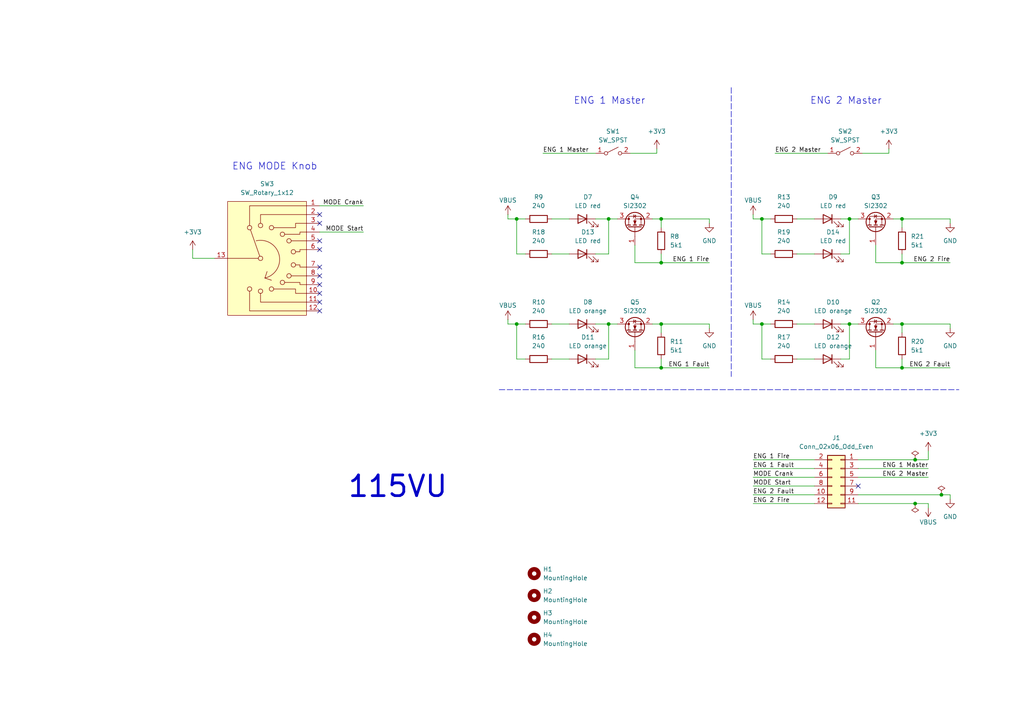
<source format=kicad_sch>
(kicad_sch (version 20231120) (generator "eeschema") (generator_version "8.0")
  (paper "A4")
  (title_block (rev "0.2"))
  (lib_symbols
    (symbol "+3V3_1" (power) (pin_numbers hide) (pin_names (offset 0) hide)
      (property "Value" "+3V3" (at 0 3.556 0))
      (symbol "+3V3_1_0_1"
        (polyline (pts (xy -0.762 1.27) (xy 0 2.54)))
        (polyline (pts (xy 0 0) (xy 0 2.54)))
        (polyline (pts (xy 0 2.54) (xy 0.762 1.27)))
      )
      (symbol "+3V3_1_1_1"
        (pin power_in line (at 0 0 90) (length 0) (name "~") (number "1"))
      )
    )
    (symbol "+3V3_2" (power) (pin_numbers hide) (pin_names (offset 0) hide)
      (property "Value" "+3V3" (at 0 3.556 0))
      (symbol "+3V3_2_0_1"
        (polyline (pts (xy -0.762 1.27) (xy 0 2.54)))
        (polyline (pts (xy 0 0) (xy 0 2.54)))
        (polyline (pts (xy 0 2.54) (xy 0.762 1.27)))
      )
      (symbol "+3V3_2_1_1"
        (pin power_in line (at 0 0 90) (length 0) (name "~") (number "1"))
      )
    )
    (symbol "+3V3_3" (power) (pin_numbers hide) (pin_names (offset 0) hide)
      (property "Value" "+3V3" (at 0 3.556 0))
      (symbol "+3V3_3_0_1"
        (polyline (pts (xy -0.762 1.27) (xy 0 2.54)))
        (polyline (pts (xy 0 0) (xy 0 2.54)))
        (polyline (pts (xy 0 2.54) (xy 0.762 1.27)))
      )
      (symbol "+3V3_3_1_1"
        (pin power_in line (at 0 0 90) (length 0) (name "~") (number "1"))
      )
    )
    (symbol "Connector_Generic:Conn_02x06_Odd_Even" (pin_names (offset 1.016) hide)
      (property "Reference" "J" (at 1.27 7.62 0))
      (property "Value" "Conn_02x06_Odd_Even" (at 1.27 -10.16 0))
      (symbol "Conn_02x06_Odd_Even_1_1"
        (rectangle (start -1.27 -7.493) (end 0 -7.747) (stroke (width 0.1524)))
        (rectangle (start -1.27 -4.953) (end 0 -5.207) (stroke (width 0.1524)))
        (rectangle (start -1.27 -2.413) (end 0 -2.667) (stroke (width 0.1524)))
        (rectangle (start -1.27 0.127) (end 0 -0.127) (stroke (width 0.1524)))
        (rectangle (start -1.27 2.667) (end 0 2.413) (stroke (width 0.1524)))
        (rectangle (start -1.27 5.207) (end 0 4.953) (stroke (width 0.1524)))
        (rectangle (start -1.27 6.35) (end 3.81 -8.89) (stroke (width 0.254)) (fill (type background)))
        (rectangle (start 3.81 -7.493) (end 2.54 -7.747) (stroke (width 0.1524)))
        (rectangle (start 3.81 -4.953) (end 2.54 -5.207) (stroke (width 0.1524)))
        (rectangle (start 3.81 -2.413) (end 2.54 -2.667) (stroke (width 0.1524)))
        (rectangle (start 3.81 0.127) (end 2.54 -0.127) (stroke (width 0.1524)))
        (rectangle (start 3.81 2.667) (end 2.54 2.413) (stroke (width 0.1524)))
        (rectangle (start 3.81 5.207) (end 2.54 4.953) (stroke (width 0.1524)))
        (pin passive line (at -5.08 5.08 0) (length 3.81) (name "Pin_1") (number "1"))
        (pin passive line (at 7.62 -5.08 180) (length 3.81) (name "Pin_10") (number "10"))
        (pin passive line (at -5.08 -7.62 0) (length 3.81) (name "Pin_11") (number "11"))
        (pin passive line (at 7.62 -7.62 180) (length 3.81) (name "Pin_12") (number "12"))
        (pin passive line (at 7.62 5.08 180) (length 3.81) (name "Pin_2") (number "2"))
        (pin passive line (at -5.08 2.54 0) (length 3.81) (name "Pin_3") (number "3"))
        (pin passive line (at 7.62 2.54 180) (length 3.81) (name "Pin_4") (number "4"))
        (pin passive line (at -5.08 0 0) (length 3.81) (name "Pin_5") (number "5"))
        (pin passive line (at 7.62 0 180) (length 3.81) (name "Pin_6") (number "6"))
        (pin passive line (at -5.08 -2.54 0) (length 3.81) (name "Pin_7") (number "7"))
        (pin passive line (at 7.62 -2.54 180) (length 3.81) (name "Pin_8") (number "8"))
        (pin passive line (at -5.08 -5.08 0) (length 3.81) (name "Pin_9") (number "9"))
      )
    )
    (symbol "Device:LED" (pin_numbers hide) (pin_names (offset 1.016) hide)
      (property "Reference" "D" (at 0 2.54 0))
      (property "Value" "LED" (at 0 -2.54 0))
      (symbol "LED_0_1"
        (polyline (pts (xy -1.27 -1.27) (xy -1.27 1.27)) (stroke (width 0.254)))
        (polyline (pts (xy -1.27 0) (xy 1.27 0)))
        (polyline (pts (xy 1.27 -1.27) (xy 1.27 1.27) (xy -1.27 0) (xy 1.27 -1.27)) (stroke (width 0.254)))
        (polyline (pts (xy -3.048 -0.762) (xy -4.572 -2.286) (xy -3.81 -2.286) (xy -4.572 -2.286) (xy -4.572 -1.524)))
        (polyline (pts (xy -1.778 -0.762) (xy -3.302 -2.286) (xy -2.54 -2.286) (xy -3.302 -2.286) (xy -3.302 -1.524)))
      )
      (symbol "LED_1_1"
        (pin passive line (at -3.81 0 0) (length 2.54) (name "K") (number "1"))
        (pin passive line (at 3.81 0 180) (length 2.54) (name "A") (number "2"))
      )
    )
    (symbol "Device:R" (pin_numbers hide) (pin_names (offset 0))
      (property "Reference" "R" (at 2.032 0 90))
      (property "Value" "R" (at 0 0 90))
      (symbol "R_0_1"
        (rectangle (start -1.016 -2.54) (end 1.016 2.54) (stroke (width 0.254)))
      )
      (symbol "R_1_1"
        (pin passive line (at 0 3.81 270) (length 1.27) (name "~") (number "1"))
        (pin passive line (at 0 -3.81 90) (length 1.27) (name "~") (number "2"))
      )
    )
    (symbol "GND_1" (power) (pin_numbers hide) (pin_names (offset 0) hide)
      (property "Value" "GND" (at 0 -3.81 0))
      (symbol "GND_1_0_1"
        (polyline (pts (xy 0 0) (xy 0 -1.27) (xy 1.27 -1.27) (xy 0 -2.54) (xy -1.27 -1.27) (xy 0 -1.27)))
      )
      (symbol "GND_1_1_1"
        (pin power_in line (at 0 0 270) (length 0) (name "~") (number "1"))
      )
    )
    (symbol "GND_2" (power) (pin_numbers hide) (pin_names (offset 0) hide)
      (property "Value" "GND" (at 0 -3.81 0))
      (symbol "GND_2_0_1"
        (polyline (pts (xy 0 0) (xy 0 -1.27) (xy 1.27 -1.27) (xy 0 -2.54) (xy -1.27 -1.27) (xy 0 -1.27)))
      )
      (symbol "GND_2_1_1"
        (pin power_in line (at 0 0 270) (length 0) (name "~") (number "1"))
      )
    )
    (symbol "GND_3" (power) (pin_numbers hide) (pin_names (offset 0) hide)
      (property "Value" "GND" (at 0 -3.81 0))
      (symbol "GND_3_0_1"
        (polyline (pts (xy 0 0) (xy 0 -1.27) (xy 1.27 -1.27) (xy 0 -2.54) (xy -1.27 -1.27) (xy 0 -1.27)))
      )
      (symbol "GND_3_1_1"
        (pin power_in line (at 0 0 270) (length 0) (name "~") (number "1"))
      )
    )
    (symbol "GND_4" (power) (pin_numbers hide) (pin_names (offset 0) hide)
      (property "Value" "GND" (at 0 -3.81 0))
      (symbol "GND_4_0_1"
        (polyline (pts (xy 0 0) (xy 0 -1.27) (xy 1.27 -1.27) (xy 0 -2.54) (xy -1.27 -1.27) (xy 0 -1.27)))
      )
      (symbol "GND_4_1_1"
        (pin power_in line (at 0 0 270) (length 0) (name "~") (number "1"))
      )
    )
    (symbol "Mechanical:MountingHole" (pin_names (offset 1.016))
      (property "Reference" "H" (at 0 5.08 0))
      (property "Value" "MountingHole" (at 0 3.175 0))
      (symbol "MountingHole_0_1"
        (circle (center 0 0) (radius 1.27) (stroke (width 1.27)))
      )
    )
    (symbol "Switch:SW_Rotary_1x12" (pin_names (offset 1.016) hide)
      (property "Reference" "SW" (at 0 17.78 0))
      (property "Value" "SW_Rotary_1x12" (at 0 -17.78 0))
      (symbol "SW_Rotary_1x12_0_0"
        (circle (center -5.08 -8.89) (radius 0.635))
        (circle (center -5.08 8.89) (radius 0.635))
        (circle (center -1.905 -9.525) (radius 0.635))
        (circle (center -1.905 0) (radius 0.635))
        (circle (center -1.905 9.525) (radius 0.635))
        (arc (start -0.635 -5.715) (mid 3.4777 0.949) (end -3.175 5.08))
        (polyline (pts (xy -2.1336 0.6096) (xy -4.826 8.2804)))
        (polyline (pts (xy -0.635 -5.715) (xy 0 -3.81)))
        (polyline (pts (xy -0.635 -5.715) (xy 1.27 -6.35)))
        (polyline (pts (xy 6.985 -5.08) (xy 11.43 -5.08)))
        (polyline (pts (xy 6.985 5.08) (xy 11.43 5.08)))
        (polyline (pts (xy -5.08 -9.525) (xy -5.08 -15.24) (xy 11.43 -15.24)))
        (polyline (pts (xy -5.08 9.525) (xy -5.08 15.24) (xy 11.43 15.24)))
        (polyline (pts (xy -1.905 -10.16) (xy -1.905 -12.7) (xy 11.43 -12.7)))
        (polyline (pts (xy -1.905 10.16) (xy -1.905 12.7) (xy 11.43 12.7)))
        (polyline (pts (xy 1.905 -8.89) (xy 8.255 -8.89) (xy 8.255 -10.16) (xy 11.43 -10.16)))
        (polyline (pts (xy 1.905 8.89) (xy 8.255 8.89) (xy 8.255 10.16) (xy 11.43 10.16)))
        (polyline (pts (xy 5.08 -6.985) (xy 9.525 -6.985) (xy 9.525 -7.62) (xy 11.43 -7.62)))
        (polyline (pts (xy 5.08 6.985) (xy 9.525 6.985) (xy 9.525 7.62) (xy 11.43 7.62)))
        (polyline (pts (xy 8.255 -1.905) (xy 9.525 -1.905) (xy 9.525 -2.54) (xy 11.43 -2.54)))
        (polyline (pts (xy 8.255 1.905) (xy 9.525 1.905) (xy 9.525 2.54) (xy 11.43 2.54)))
        (circle (center 1.27 -8.89) (radius 0.635))
        (circle (center 1.27 8.89) (radius 0.635))
        (circle (center 4.445 -6.985) (radius 0.635))
        (circle (center 4.445 6.985) (radius 0.635))
        (circle (center 6.35 -5.08) (radius 0.635))
        (circle (center 6.35 5.08) (radius 0.635))
        (circle (center 7.62 -1.905) (radius 0.635))
        (circle (center 7.62 1.905) (radius 0.635))
      )
      (symbol "SW_Rotary_1x12_1_1"
        (rectangle (start -11.43 16.51) (end 11.43 -16.51) (fill (type background)))
        (polyline (pts (xy -11.43 0) (xy -2.54 0)))
        (pin passive line (at 15.24 15.24 180) (length 3.81) (name "1") (number "1"))
        (pin passive line (at 15.24 -10.16 180) (length 3.81) (name "10") (number "10"))
        (pin passive line (at 15.24 -12.7 180) (length 3.81) (name "11") (number "11"))
        (pin passive line (at 15.24 -15.24 180) (length 3.81) (name "12") (number "12"))
        (pin passive line (at -15.24 0 0) (length 3.81) (name "13") (number "13"))
        (pin passive line (at 15.24 12.7 180) (length 3.81) (name "2") (number "2"))
        (pin passive line (at 15.24 10.16 180) (length 3.81) (name "3") (number "3"))
        (pin passive line (at 15.24 7.62 180) (length 3.81) (name "4") (number "4"))
        (pin passive line (at 15.24 5.08 180) (length 3.81) (name "5") (number "5"))
        (pin passive line (at 15.24 2.54 180) (length 3.81) (name "6") (number "6"))
        (pin passive line (at 15.24 -2.54 180) (length 3.81) (name "7") (number "7"))
        (pin passive line (at 15.24 -5.08 180) (length 3.81) (name "8") (number "8"))
        (pin passive line (at 15.24 -7.62 180) (length 3.81) (name "9") (number "9"))
      )
    )
    (symbol "Switch:SW_SPST" (pin_names (offset 0) hide)
      (property "Reference" "SW" (at 0 3.175 0))
      (property "Value" "SW_SPST" (at 0 -2.54 0))
      (symbol "SW_SPST_0_0"
        (circle (center -2.032 0) (radius 0.508))
        (polyline (pts (xy -1.524 0.254) (xy 1.524 1.778)))
        (circle (center 2.032 0) (radius 0.508))
      )
      (symbol "SW_SPST_1_1"
        (pin passive line (at -5.08 0 0) (length 2.54) (name "A") (number "1"))
        (pin passive line (at 5.08 0 180) (length 2.54) (name "B") (number "2"))
      )
    )
    (symbol "Transistor_FET:2N7002K" (pin_names hide)
      (property "Reference" "Q" (at 5.08 1.905 0))
      (property "Value" "2N7002K" (at 5.08 0 0))
      (symbol "2N7002K_0_1"
        (polyline (pts (xy 0.254 0) (xy -2.54 0)))
        (polyline (pts (xy 0.254 1.905) (xy 0.254 -1.905)) (stroke (width 0.254)))
        (polyline (pts (xy 0.762 -1.27) (xy 0.762 -2.286)) (stroke (width 0.254)))
        (polyline (pts (xy 0.762 0.508) (xy 0.762 -0.508)) (stroke (width 0.254)))
        (polyline (pts (xy 0.762 2.286) (xy 0.762 1.27)) (stroke (width 0.254)))
        (polyline (pts (xy 2.54 2.54) (xy 2.54 1.778)))
        (polyline (pts (xy 2.54 -2.54) (xy 2.54 0) (xy 0.762 0)))
        (polyline (pts (xy 0.762 -1.778) (xy 3.302 -1.778) (xy 3.302 1.778) (xy 0.762 1.778)))
        (polyline (pts (xy 1.016 0) (xy 2.032 0.381) (xy 2.032 -0.381) (xy 1.016 0)) (fill (type outline)))
        (polyline (pts (xy 2.794 0.508) (xy 2.921 0.381) (xy 3.683 0.381) (xy 3.81 0.254)))
        (polyline (pts (xy 3.302 0.381) (xy 2.921 -0.254) (xy 3.683 -0.254) (xy 3.302 0.381)))
        (circle (center 1.651 0) (radius 2.794) (stroke (width 0.254)))
        (circle (center 2.54 -1.778) (radius 0.254) (fill (type outline)))
        (circle (center 2.54 1.778) (radius 0.254) (fill (type outline)))
      )
      (symbol "2N7002K_1_1"
        (pin input line (at -5.08 0 0) (length 2.54) (name "G") (number "1"))
        (pin passive line (at 2.54 -5.08 90) (length 2.54) (name "S") (number "2"))
        (pin passive line (at 2.54 5.08 270) (length 2.54) (name "D") (number "3"))
      )
    )
    (symbol "VBUS_1" (power) (pin_numbers hide) (pin_names (offset 0) hide)
      (property "Value" "VBUS" (at 0 3.556 0))
      (symbol "VBUS_1_0_1"
        (polyline (pts (xy -0.762 1.27) (xy 0 2.54)))
        (polyline (pts (xy 0 0) (xy 0 2.54)))
        (polyline (pts (xy 0 2.54) (xy 0.762 1.27)))
      )
      (symbol "VBUS_1_1_1"
        (pin power_in line (at 0 0 90) (length 0) (name "~") (number "1"))
      )
    )
    (symbol "VBUS_2" (power) (pin_numbers hide) (pin_names (offset 0) hide)
      (property "Value" "VBUS" (at 0 3.556 0))
      (symbol "VBUS_2_0_1"
        (polyline (pts (xy -0.762 1.27) (xy 0 2.54)))
        (polyline (pts (xy 0 0) (xy 0 2.54)))
        (polyline (pts (xy 0 2.54) (xy 0.762 1.27)))
      )
      (symbol "VBUS_2_1_1"
        (pin power_in line (at 0 0 90) (length 0) (name "~") (number "1"))
      )
    )
    (symbol "VBUS_3" (power) (pin_numbers hide) (pin_names (offset 0) hide)
      (property "Value" "VBUS" (at 0 3.556 0))
      (symbol "VBUS_3_0_1"
        (polyline (pts (xy -0.762 1.27) (xy 0 2.54)))
        (polyline (pts (xy 0 0) (xy 0 2.54)))
        (polyline (pts (xy 0 2.54) (xy 0.762 1.27)))
      )
      (symbol "VBUS_3_1_1"
        (pin power_in line (at 0 0 90) (length 0) (name "~") (number "1"))
      )
    )
    (symbol "VBUS_4" (power) (pin_numbers hide) (pin_names (offset 0) hide)
      (property "Value" "VBUS" (at 0 3.556 0))
      (symbol "VBUS_4_0_1"
        (polyline (pts (xy -0.762 1.27) (xy 0 2.54)))
        (polyline (pts (xy 0 0) (xy 0 2.54)))
        (polyline (pts (xy 0 2.54) (xy 0.762 1.27)))
      )
      (symbol "VBUS_4_1_1"
        (pin power_in line (at 0 0 90) (length 0) (name "~") (number "1"))
      )
    )
    (symbol "power:+3V3" (power) (pin_numbers hide) (pin_names (offset 0) hide)
      (property "Value" "+3V3" (at 0 3.556 0))
      (symbol "+3V3_0_1"
        (polyline (pts (xy -0.762 1.27) (xy 0 2.54)))
        (polyline (pts (xy 0 0) (xy 0 2.54)))
        (polyline (pts (xy 0 2.54) (xy 0.762 1.27)))
      )
      (symbol "+3V3_1_1"
        (pin power_in line (at 0 0 90) (length 0) (name "~") (number "1"))
      )
    )
    (symbol "power:GND" (power) (pin_numbers hide) (pin_names (offset 0) hide)
      (property "Value" "GND" (at 0 -3.81 0))
      (symbol "GND_0_1"
        (polyline (pts (xy 0 0) (xy 0 -1.27) (xy 1.27 -1.27) (xy 0 -2.54) (xy -1.27 -1.27) (xy 0 -1.27)))
      )
      (symbol "GND_1_1"
        (pin power_in line (at 0 0 270) (length 0) (name "~") (number "1"))
      )
    )
    (symbol "power:PWR_FLAG" (power) (pin_numbers hide) (pin_names (offset 0) hide)
      (property "Value" "PWR_FLAG" (at 0 3.81 0))
      (symbol "PWR_FLAG_0_0"
        (pin power_out line (at 0 0 90) (length 0) (name "~") (number "1"))
      )
      (symbol "PWR_FLAG_0_1"
        (polyline (pts (xy 0 0) (xy 0 1.27) (xy -1.016 1.905) (xy 0 2.54) (xy 1.016 1.905) (xy 0 1.27)))
      )
    )
    (symbol "power:VBUS" (power) (pin_numbers hide) (pin_names (offset 0) hide)
      (property "Value" "VBUS" (at 0 3.556 0))
      (symbol "VBUS_0_1"
        (polyline (pts (xy -0.762 1.27) (xy 0 2.54)))
        (polyline (pts (xy 0 0) (xy 0 2.54)))
        (polyline (pts (xy 0 2.54) (xy 0.762 1.27)))
      )
      (symbol "VBUS_1_1"
        (pin power_in line (at 0 0 90) (length 0) (name "~") (number "1"))
      )
    )
  )
  (junction (at 261.62 93.98))
  (junction (at 176.53 93.98))
  (junction (at 149.86 63.5))
  (junction (at 191.77 76.2))
  (junction (at 191.77 106.68))
  (junction (at 261.62 63.5))
  (junction (at 220.98 63.5))
  (junction (at 220.98 93.98))
  (junction (at 261.62 76.2))
  (junction (at 261.62 106.68))
  (junction (at 191.77 63.5))
  (junction (at 246.38 93.98))
  (junction (at 265.43 146.05))
  (junction (at 265.43 133.35))
  (junction (at 273.05 143.51))
  (junction (at 246.38 63.5))
  (junction (at 176.53 63.5))
  (junction (at 191.77 93.98))
  (junction (at 149.86 93.98))
  (no_connect (at 92.71 72.39))
  (no_connect (at 248.92 140.97))
  (no_connect (at 92.71 80.01))
  (no_connect (at 92.71 77.47))
  (no_connect (at 92.71 85.09))
  (no_connect (at 92.71 90.17))
  (no_connect (at 92.71 64.77))
  (no_connect (at 92.71 62.23))
  (no_connect (at 92.71 69.85))
  (no_connect (at 92.71 82.55))
  (no_connect (at 92.71 87.63))
  (wire (pts (xy 243.84 104.14) (xy 246.38 104.14)))
  (wire (pts (xy 275.59 93.98) (xy 261.62 93.98)))
  (wire (pts (xy 160.02 104.14) (xy 165.1 104.14)))
  (wire (pts (xy 160.02 93.98) (xy 165.1 93.98)))
  (wire (pts (xy 218.44 93.98) (xy 220.98 93.98)))
  (wire (pts (xy 218.44 140.97) (xy 236.22 140.97)))
  (wire (pts (xy 147.32 62.23) (xy 147.32 63.5)))
  (wire (pts (xy 205.74 93.98) (xy 191.77 93.98)))
  (wire (pts (xy 259.08 63.5) (xy 261.62 63.5)))
  (wire (pts (xy 191.77 76.2) (xy 205.74 76.2)))
  (wire (pts (xy 184.15 71.12) (xy 184.15 76.2)))
  (wire (pts (xy 220.98 93.98) (xy 220.98 104.14)))
  (wire (pts (xy 261.62 76.2) (xy 275.59 76.2)))
  (wire (pts (xy 248.92 143.51) (xy 273.05 143.51)))
  (wire (pts (xy 147.32 93.98) (xy 149.86 93.98)))
  (wire (pts (xy 218.44 146.05) (xy 236.22 146.05)))
  (wire (pts (xy 149.86 63.5) (xy 152.4 63.5)))
  (wire (pts (xy 184.15 101.6) (xy 184.15 106.68)))
  (wire (pts (xy 149.86 93.98) (xy 152.4 93.98)))
  (wire (pts (xy 176.53 93.98) (xy 179.07 93.98)))
  (wire (pts (xy 205.74 64.77) (xy 205.74 63.5)))
  (wire (pts (xy 189.23 93.98) (xy 191.77 93.98)))
  (wire (pts (xy 92.71 59.69) (xy 105.41 59.69)))
  (wire (pts (xy 246.38 63.5) (xy 248.92 63.5)))
  (wire (pts (xy 265.43 146.05) (xy 269.24 146.05)))
  (wire (pts (xy 172.72 104.14) (xy 176.53 104.14)))
  (wire (pts (xy 218.44 62.23) (xy 218.44 63.5)))
  (wire (pts (xy 248.92 133.35) (xy 265.43 133.35)))
  (polyline (pts (xy 144.78 113.03) (xy 278.13 113.03)) (stroke (width 0) (type dash)))
  (wire (pts (xy 55.88 72.39) (xy 55.88 74.93)))
  (wire (pts (xy 205.74 63.5) (xy 191.77 63.5)))
  (wire (pts (xy 254 101.6) (xy 254 106.68)))
  (wire (pts (xy 176.53 63.5) (xy 172.72 63.5)))
  (wire (pts (xy 246.38 63.5) (xy 243.84 63.5)))
  (wire (pts (xy 275.59 63.5) (xy 261.62 63.5)))
  (wire (pts (xy 191.77 63.5) (xy 191.77 66.04)))
  (wire (pts (xy 147.32 92.71) (xy 147.32 93.98)))
  (wire (pts (xy 254 106.68) (xy 261.62 106.68)))
  (wire (pts (xy 243.84 73.66) (xy 246.38 73.66)))
  (wire (pts (xy 269.24 147.32) (xy 269.24 146.05)))
  (wire (pts (xy 55.88 74.93) (xy 62.23 74.93)))
  (wire (pts (xy 152.4 73.66) (xy 149.86 73.66)))
  (wire (pts (xy 269.24 130.81) (xy 269.24 133.35)))
  (wire (pts (xy 275.59 64.77) (xy 275.59 63.5)))
  (wire (pts (xy 92.71 67.31) (xy 105.41 67.31)))
  (wire (pts (xy 191.77 73.66) (xy 191.77 76.2)))
  (wire (pts (xy 231.14 93.98) (xy 236.22 93.98)))
  (wire (pts (xy 218.44 92.71) (xy 218.44 93.98)))
  (wire (pts (xy 218.44 138.43) (xy 236.22 138.43)))
  (wire (pts (xy 218.44 135.89) (xy 236.22 135.89)))
  (wire (pts (xy 152.4 104.14) (xy 149.86 104.14)))
  (wire (pts (xy 261.62 93.98) (xy 261.62 96.52)))
  (wire (pts (xy 191.77 93.98) (xy 191.77 96.52)))
  (wire (pts (xy 160.02 73.66) (xy 165.1 73.66)))
  (wire (pts (xy 248.92 135.89) (xy 269.24 135.89)))
  (wire (pts (xy 184.15 76.2) (xy 191.77 76.2)))
  (wire (pts (xy 220.98 63.5) (xy 220.98 73.66)))
  (wire (pts (xy 231.14 104.14) (xy 236.22 104.14)))
  (wire (pts (xy 275.59 143.51) (xy 275.59 144.78)))
  (wire (pts (xy 273.05 143.51) (xy 275.59 143.51)))
  (wire (pts (xy 254 71.12) (xy 254 76.2)))
  (wire (pts (xy 248.92 138.43) (xy 269.24 138.43)))
  (wire (pts (xy 231.14 73.66) (xy 236.22 73.66)))
  (polyline (pts (xy 212.09 25.4) (xy 212.09 109.22)) (stroke (width 0) (type dash)))
  (wire (pts (xy 218.44 133.35) (xy 236.22 133.35)))
  (wire (pts (xy 157.48 44.45) (xy 172.72 44.45)))
  (wire (pts (xy 246.38 93.98) (xy 248.92 93.98)))
  (wire (pts (xy 275.59 95.25) (xy 275.59 93.98)))
  (wire (pts (xy 176.53 63.5) (xy 179.07 63.5)))
  (wire (pts (xy 265.43 133.35) (xy 269.24 133.35)))
  (wire (pts (xy 231.14 63.5) (xy 236.22 63.5)))
  (wire (pts (xy 224.79 44.45) (xy 240.03 44.45)))
  (wire (pts (xy 220.98 63.5) (xy 223.52 63.5)))
  (wire (pts (xy 176.53 93.98) (xy 172.72 93.98)))
  (wire (pts (xy 254 76.2) (xy 261.62 76.2)))
  (wire (pts (xy 218.44 143.51) (xy 236.22 143.51)))
  (wire (pts (xy 182.88 44.45) (xy 190.5 44.45)))
  (wire (pts (xy 261.62 104.14) (xy 261.62 106.68)))
  (wire (pts (xy 257.81 43.18) (xy 257.81 44.45)))
  (wire (pts (xy 205.74 95.25) (xy 205.74 93.98)))
  (wire (pts (xy 259.08 93.98) (xy 261.62 93.98)))
  (wire (pts (xy 176.53 93.98) (xy 176.53 104.14)))
  (wire (pts (xy 149.86 63.5) (xy 149.86 73.66)))
  (wire (pts (xy 250.19 44.45) (xy 257.81 44.45)))
  (wire (pts (xy 176.53 63.5) (xy 176.53 73.66)))
  (wire (pts (xy 147.32 63.5) (xy 149.86 63.5)))
  (wire (pts (xy 261.62 73.66) (xy 261.62 76.2)))
  (wire (pts (xy 246.38 63.5) (xy 246.38 73.66)))
  (wire (pts (xy 223.52 73.66) (xy 220.98 73.66)))
  (wire (pts (xy 246.38 93.98) (xy 243.84 93.98)))
  (wire (pts (xy 160.02 63.5) (xy 165.1 63.5)))
  (wire (pts (xy 191.77 106.68) (xy 205.74 106.68)))
  (wire (pts (xy 261.62 106.68) (xy 275.59 106.68)))
  (wire (pts (xy 191.77 104.14) (xy 191.77 106.68)))
  (wire (pts (xy 184.15 106.68) (xy 191.77 106.68)))
  (wire (pts (xy 246.38 93.98) (xy 246.38 104.14)))
  (wire (pts (xy 261.62 63.5) (xy 261.62 66.04)))
  (wire (pts (xy 223.52 104.14) (xy 220.98 104.14)))
  (wire (pts (xy 172.72 73.66) (xy 176.53 73.66)))
  (wire (pts (xy 149.86 93.98) (xy 149.86 104.14)))
  (wire (pts (xy 190.5 43.18) (xy 190.5 44.45)))
  (wire (pts (xy 248.92 146.05) (xy 265.43 146.05)))
  (wire (pts (xy 218.44 63.5) (xy 220.98 63.5)))
  (wire (pts (xy 189.23 63.5) (xy 191.77 63.5)))
  (wire (pts (xy 220.98 93.98) (xy 223.52 93.98)))
  (text "ENG 1 Master" (at 166.37 30.48 0) (effects (font (size 2 2)) (justify left bottom)))
  (text "ENG MODE Knob" (at 67.31 49.53 0) (effects (font (size 2 2)) (justify left bottom)))
  (text "115VU" (at 100.584 144.78 0) (effects (font (size 6 6) (thickness 0.8) (bold yes)) (justify left bottom)))
  (text "ENG 2 Master" (at 234.95 30.48 0) (effects (font (size 2 2)) (justify left bottom)))
  (label "ENG 1 Fault" (at 218.44 135.89 0))
  (label "MODE Crank" (at 105.41 59.69 180))
  (label "ENG 1 Master" (at 269.24 135.89 180))
  (label "ENG 2 Fault" (at 218.44 143.51 0))
  (label "ENG 1 Master" (at 157.48 44.45 0))
  (label "ENG 2 Master" (at 224.79 44.45 0))
  (label "MODE Start" (at 218.44 140.97 0))
  (label "ENG 2 Fault" (at 275.59 106.68 180))
  (label "ENG 2 Fire" (at 218.44 146.05 0))
  (label "MODE Start" (at 105.41 67.31 180))
  (label "ENG 2 Master" (at 269.24 138.43 180))
  (label "ENG 1 Fire" (at 218.44 133.35 0))
  (label "MODE Crank" (at 218.44 138.43 0))
  (label "ENG 1 Fire" (at 205.74 76.2 180))
  (label "ENG 2 Fire" (at 275.59 76.2 180))
  (label "ENG 1 Fault" (at 205.74 106.68 180))
  (symbol (lib_id "power:PWR_FLAG") (at 265.43 146.05 180) (unit 1)
    (property "Reference" "#FLG02" (effects (hide yes)))
    (property "Value" "PWR_FLAG" (effects (hide yes)))
    (property "Description" "Special symbol for telling ERC where power comes from" (effects (hide yes)))
  )
  (symbol (lib_id "Device:R") (at 156.21 63.5 90) (unit 1)
    (property "Reference" "R9" (at 156.21 57.15 90))
    (property "Value" "240" (at 156.21 59.69 90))
    (property "Footprint" "Resistor_SMD:R_0805_2012Metric" (effects (hide yes)))
    (property "Datasheet" "https://www.lcsc.com/datasheet/lcsc_datasheet_2206010200_UNI-ROYAL-Uniroyal-Elec-0805W8F2400T5E_C17572.pdf" (effects (hide yes)))
    (property "JLCPCB Part" "C17572" (effects (hide yes)))
    (property "Manufracturer" "UNI-ROYAL(Uniroyal Elec)" (effects (hide yes)))
    (property "Manufracturer Part Number" "0805W8F1000T5E" (effects (hide yes)))
  )
  (symbol (lib_id "Device:LED") (at 240.03 93.98 0) (mirror y) (unit 1)
    (property "Reference" "D10" (at 241.6175 87.63 0))
    (property "Value" "LED orange" (at 241.6175 90.17 0))
    (property "Footprint" "LED_SMD:LED_0603_1608Metric" (effects (hide yes)))
    (property "Datasheet" "https://datasheet.lcsc.com/lcsc/1810201530_BrtLed-Bright-LED-Elec-BL-HKC36G-AV-TRB_C165981.pdf" (effects (hide yes)))
    (property "JLCPCB Part" "C165981" (effects (hide yes)))
    (property "Manufracturer" "BrtLed(Bright LED Elec)" (effects (hide yes)))
    (property "Manufracturer Part Number" "BL-HKC36G-AV-TRB" (effects (hide yes)))
  )
  (symbol (lib_id "Connector_Generic:Conn_02x06_Odd_Even") (at 243.84 138.43 0) (mirror y) (unit 1)
    (property "Reference" "J1" (at 242.57 127 0))
    (property "Value" "Conn_02x06_Odd_Even" (at 242.57 129.54 0))
    (property "Footprint" "Connector_IDC:IDC-Header_2x06_P2.54mm_Vertical" (effects (hide yes)))
  )
  (symbol (lib_id "Device:R") (at 227.33 63.5 90) (unit 1)
    (property "Reference" "R13" (at 227.33 57.15 90))
    (property "Value" "240" (at 227.33 59.69 90))
    (property "Footprint" "Resistor_SMD:R_0805_2012Metric" (effects (hide yes)))
    (property "Datasheet" "https://www.lcsc.com/datasheet/lcsc_datasheet_2206010200_UNI-ROYAL-Uniroyal-Elec-0805W8F2400T5E_C17572.pdf" (effects (hide yes)))
    (property "JLCPCB Part" "C17572" (effects (hide yes)))
    (property "Manufracturer" "UNI-ROYAL(Uniroyal Elec)" (effects (hide yes)))
    (property "Manufracturer Part Number" "0805W8F1000T5E" (effects (hide yes)))
  )
  (symbol (lib_id "Mechanical:MountingHole") (at 154.94 185.42 0) (unit 1) (in_bom no)
    (property "Reference" "H4" (at 157.48 184.15 0) (effects (justify left)))
    (property "Value" "MountingHole" (at 157.48 186.69 0) (effects (justify left)))
    (property "Footprint" "MountingHole:MountingHole_2.2mm_M2" (effects (hide yes)))
  )
  (symbol (lib_id "Device:LED") (at 168.91 104.14 0) (mirror y) (unit 1)
    (property "Reference" "D11" (at 170.4975 97.79 0))
    (property "Value" "LED orange" (at 170.4975 100.33 0))
    (property "Footprint" "LED_SMD:LED_0603_1608Metric" (effects (hide yes)))
    (property "Datasheet" "https://datasheet.lcsc.com/lcsc/1810201530_BrtLed-Bright-LED-Elec-BL-HKC36G-AV-TRB_C165981.pdf" (effects (hide yes)))
    (property "JLCPCB Part" "C165981" (effects (hide yes)))
    (property "Manufracturer" "BrtLed(Bright LED Elec)" (effects (hide yes)))
    (property "Manufracturer Part Number" "BL-HKC36G-AV-TRB" (effects (hide yes)))
  )
  (symbol (lib_id "Transistor_FET:2N7002K") (at 184.15 96.52 90) (unit 1)
    (property "Reference" "Q5" (at 184.15 87.63 90))
    (property "Value" "SI2302" (at 184.15 90.17 90))
    (property "Footprint" "Package_TO_SOT_SMD:SOT-23" (effects (hide yes)))
    (property "Datasheet" "https://www.diodes.com/assets/Datasheets/ds30896.pdf" (effects (hide yes)))
    (property "Description" "0.38A Id, 60V Vds, N-Channel MOSFET, SOT-23" (effects (hide yes)))
    (property "Manufracturer" "YONGYUTAI" (effects (hide yes)))
    (property "Manufracturer Part Number" "SI2302" (effects (hide yes)))
    (property "JLCPCB Part" "C2891732" (effects (hide yes)))
  )
  (symbol (lib_name "VBUS_1") (lib_id "power:VBUS") (at 218.44 62.23 0) (unit 1)
    (property "Reference" "#PWR019" (effects (hide yes)))
    (property "Value" "VBUS" (at 218.44 58.0969 0))
    (property "Description" "Power symbol creates a global label with name \"VBUS\"" (effects (hide yes)))
  )
  (symbol (lib_id "Switch:SW_Rotary_1x12") (at 77.47 74.93 0) (unit 1)
    (property "Reference" "SW3" (at 77.47 53.34 0))
    (property "Value" "SW_Rotary_1x12" (at 77.47 55.88 0))
    (property "Footprint" "NiasStuff:C&K_Rotary_Switches" (effects (hide yes)))
    (property "Datasheet" "https://www.mouser.de/datasheet/2/240/arotary-3050724.pdf" (effects (hide yes)))
    (property "JLCPCB Part" "N/A" (effects (hide yes)))
    (property "Manufracturer" "C&K" (effects (hide yes)))
    (property "Manufracturer Part Number" "A12505RNZQ " (effects (hide yes)))
  )
  (symbol (lib_id "Transistor_FET:2N7002K") (at 254 96.52 90) (unit 1)
    (property "Reference" "Q2" (at 254 87.63 90))
    (property "Value" "SI2302" (at 254 90.17 90))
    (property "Footprint" "Package_TO_SOT_SMD:SOT-23" (effects (hide yes)))
    (property "Datasheet" "https://www.diodes.com/assets/Datasheets/ds30896.pdf" (effects (hide yes)))
    (property "Description" "0.38A Id, 60V Vds, N-Channel MOSFET, SOT-23" (effects (hide yes)))
    (property "Manufracturer" "YONGYUTAI" (effects (hide yes)))
    (property "Manufracturer Part Number" "SI2302" (effects (hide yes)))
    (property "JLCPCB Part" "C2891732" (effects (hide yes)))
  )
  (symbol (lib_name "VBUS_2") (lib_id "power:VBUS") (at 147.32 92.71 0) (unit 1)
    (property "Reference" "#PWR09" (effects (hide yes)))
    (property "Value" "VBUS" (at 147.32 88.5769 0))
    (property "Description" "Power symbol creates a global label with name \"VBUS\"" (effects (hide yes)))
  )
  (symbol (lib_id "Device:R") (at 191.77 100.33 180) (unit 1)
    (property "Reference" "R11" (at 194.31 99.06 0) (effects (justify right)))
    (property "Value" "5k1" (at 194.31 101.6 0) (effects (justify right)))
    (property "Footprint" "Resistor_SMD:R_0603_1608Metric" (effects (hide yes)))
    (property "Datasheet" "https://www.lcsc.com/datasheet/lcsc_datasheet_2206010116_UNI-ROYAL-Uniroyal-Elec-0603WAF5101T5E_C23186.pdf" (effects (hide yes)))
    (property "JLCPCB Part" "C23186" (effects (hide yes)))
    (property "Manufracturer" "UNI-ROYAL(Uniroyal Elec)" (effects (hide yes)))
    (property "Manufracturer Part Number" "0603WAF5101T5E" (effects (hide yes)))
  )
  (symbol (lib_id "Switch:SW_SPST") (at 245.11 44.45 0) (unit 1)
    (property "Reference" "SW2" (at 245.11 38.1 0))
    (property "Value" "SW_SPST" (at 245.11 40.64 0))
    (property "Footprint" "NiasStuff:SW_SPDT_YUEN-FUNG_MT-0-102-A101-M200-RS" (effects (hide yes)))
    (property "Datasheet" "https://www.lcsc.com/datasheet/lcsc_datasheet_2307200931_YUEN-FUNG-MT-0-102-A101-M200-RS_C1788492.pdf" (effects (hide yes)))
    (property "JLCPCB Part" "C1788492" (effects (hide yes)))
    (property "Manufracturer" "YUEN FUNG" (effects (hide yes)))
    (property "Manufracturer Part Number" "MT-0-102-A101-M200-RS" (effects (hide yes)))
  )
  (symbol (lib_name "+3V3_3") (lib_id "power:+3V3") (at 269.24 130.81 0) (unit 1)
    (property "Reference" "#PWR03" (effects (hide yes)))
    (property "Value" "+3V3" (at 269.24 125.73 0))
    (property "Description" "Power symbol creates a global label with name \"+3V3\"" (effects (hide yes)))
  )
  (symbol (lib_id "power:VBUS") (at 269.24 147.32 180) (unit 1)
    (property "Reference" "#PWR04" (effects (hide yes)))
    (property "Value" "VBUS" (at 269.24 151.4531 0))
    (property "Description" "Power symbol creates a global label with name \"VBUS\"" (effects (hide yes)))
  )
  (symbol (lib_id "Device:LED") (at 240.03 63.5 0) (mirror y) (unit 1)
    (property "Reference" "D9" (at 241.6175 57.15 0))
    (property "Value" "LED red" (at 241.6175 59.69 0))
    (property "Footprint" "LED_SMD:LED_0603_1608Metric" (effects (hide yes)))
    (property "Datasheet" "https://datasheet.lcsc.com/lcsc/1811131213_BrtLed-Bright-LED-Elec-BL-HUB36G-AV-TRB_C94743.pdf" (effects (hide yes)))
    (property "JLCPCB Part" "C94743" (effects (hide yes)))
    (property "Manufracturer" "BrtLed(Bright LED Elec)" (effects (hide yes)))
    (property "Manufracturer Part Number" "BL-HUB36G-AV-TRB" (effects (hide yes)))
  )
  (symbol (lib_id "Device:R") (at 261.62 69.85 180) (unit 1)
    (property "Reference" "R21" (at 264.16 68.58 0) (effects (justify right)))
    (property "Value" "5k1" (at 264.16 71.12 0) (effects (justify right)))
    (property "Footprint" "Resistor_SMD:R_0603_1608Metric" (effects (hide yes)))
    (property "Datasheet" "https://www.lcsc.com/datasheet/lcsc_datasheet_2206010116_UNI-ROYAL-Uniroyal-Elec-0603WAF5101T5E_C23186.pdf" (effects (hide yes)))
    (property "JLCPCB Part" "C23186" (effects (hide yes)))
    (property "Manufracturer" "UNI-ROYAL(Uniroyal Elec)" (effects (hide yes)))
    (property "Manufracturer Part Number" "0603WAF5101T5E" (effects (hide yes)))
  )
  (symbol (lib_name "+3V3_1") (lib_id "power:+3V3") (at 257.81 43.18 0) (unit 1)
    (property "Reference" "#PWR015" (effects (hide yes)))
    (property "Value" "+3V3" (at 257.81 38.1 0))
    (property "Description" "Power symbol creates a global label with name \"+3V3\"" (effects (hide yes)))
  )
  (symbol (lib_name "GND_4") (lib_id "power:GND") (at 275.59 95.25 0) (unit 1)
    (property "Reference" "#PWR018" (effects (hide yes)))
    (property "Value" "GND" (at 275.59 100.33 0))
    (property "Description" "Power symbol creates a global label with name \"GND\" , ground" (effects (hide yes)))
  )
  (symbol (lib_id "Mechanical:MountingHole") (at 154.94 166.37 0) (unit 1) (in_bom no)
    (property "Reference" "H1" (at 157.48 165.1 0) (effects (justify left)))
    (property "Value" "MountingHole" (at 157.48 167.64 0) (effects (justify left)))
    (property "Footprint" "MountingHole:MountingHole_2.2mm_M2" (effects (hide yes)))
  )
  (symbol (lib_id "Device:R") (at 227.33 73.66 90) (unit 1)
    (property "Reference" "R19" (at 227.33 67.31 90))
    (property "Value" "240" (at 227.33 69.85 90))
    (property "Footprint" "Resistor_SMD:R_0805_2012Metric" (effects (hide yes)))
    (property "Datasheet" "https://www.lcsc.com/datasheet/lcsc_datasheet_2206010200_UNI-ROYAL-Uniroyal-Elec-0805W8F2400T5E_C17572.pdf" (effects (hide yes)))
    (property "JLCPCB Part" "C17572" (effects (hide yes)))
    (property "Manufracturer" "UNI-ROYAL(Uniroyal Elec)" (effects (hide yes)))
    (property "Manufracturer Part Number" "0805W8F1000T5E" (effects (hide yes)))
  )
  (symbol (lib_name "GND_1") (lib_id "power:GND") (at 205.74 95.25 0) (unit 1)
    (property "Reference" "#PWR08" (effects (hide yes)))
    (property "Value" "GND" (at 205.74 100.33 0))
    (property "Description" "Power symbol creates a global label with name \"GND\" , ground" (effects (hide yes)))
  )
  (symbol (lib_id "Mechanical:MountingHole") (at 154.94 172.72 0) (unit 1) (in_bom no)
    (property "Reference" "H2" (at 157.48 171.45 0) (effects (justify left)))
    (property "Value" "MountingHole" (at 157.48 173.99 0) (effects (justify left)))
    (property "Footprint" "MountingHole:MountingHole_2.2mm_M2" (effects (hide yes)))
  )
  (symbol (lib_id "Device:R") (at 227.33 93.98 90) (unit 1)
    (property "Reference" "R14" (at 227.33 87.63 90))
    (property "Value" "240" (at 227.33 90.17 90))
    (property "Footprint" "Resistor_SMD:R_0805_2012Metric" (effects (hide yes)))
    (property "Datasheet" "https://www.lcsc.com/datasheet/lcsc_datasheet_2206010200_UNI-ROYAL-Uniroyal-Elec-0805W8F2400T5E_C17572.pdf" (effects (hide yes)))
    (property "JLCPCB Part" "C17572" (effects (hide yes)))
    (property "Manufracturer" "UNI-ROYAL(Uniroyal Elec)" (effects (hide yes)))
    (property "Manufracturer Part Number" "0805W8F1000T5E" (effects (hide yes)))
  )
  (symbol (lib_name "VBUS_3") (lib_id "power:VBUS") (at 218.44 92.71 0) (unit 1)
    (property "Reference" "#PWR014" (effects (hide yes)))
    (property "Value" "VBUS" (at 218.44 88.5769 0))
    (property "Description" "Power symbol creates a global label with name \"VBUS\"" (effects (hide yes)))
  )
  (symbol (lib_id "power:+3V3") (at 55.88 72.39 0) (unit 1)
    (property "Reference" "#PWR011" (effects (hide yes)))
    (property "Value" "+3V3" (at 55.88 67.31 0))
    (property "Description" "Power symbol creates a global label with name \"+3V3\"" (effects (hide yes)))
  )
  (symbol (lib_id "Device:R") (at 156.21 104.14 90) (unit 1)
    (property "Reference" "R16" (at 156.21 97.79 90))
    (property "Value" "240" (at 156.21 100.33 90))
    (property "Footprint" "Resistor_SMD:R_0805_2012Metric" (effects (hide yes)))
    (property "Datasheet" "https://www.lcsc.com/datasheet/lcsc_datasheet_2206010200_UNI-ROYAL-Uniroyal-Elec-0805W8F2400T5E_C17572.pdf" (effects (hide yes)))
    (property "JLCPCB Part" "C17572" (effects (hide yes)))
    (property "Manufracturer" "UNI-ROYAL(Uniroyal Elec)" (effects (hide yes)))
    (property "Manufracturer Part Number" "0805W8F1000T5E" (effects (hide yes)))
  )
  (symbol (lib_id "power:PWR_FLAG") (at 273.05 143.51 0) (unit 1)
    (property "Reference" "#FLG03" (effects (hide yes)))
    (property "Value" "PWR_FLAG" (effects (hide yes)))
    (property "Description" "Special symbol for telling ERC where power comes from" (effects (hide yes)))
  )
  (symbol (lib_id "Switch:SW_SPST") (at 177.8 44.45 0) (unit 1)
    (property "Reference" "SW1" (at 177.8 38.1 0))
    (property "Value" "SW_SPST" (at 177.8 40.64 0))
    (property "Footprint" "NiasStuff:SW_SPDT_YUEN-FUNG_MT-0-102-A101-M200-RS" (effects (hide yes)))
    (property "Datasheet" "https://www.lcsc.com/datasheet/lcsc_datasheet_2307200931_YUEN-FUNG-MT-0-102-A101-M200-RS_C1788492.pdf" (effects (hide yes)))
    (property "JLCPCB Part" "C1788492" (effects (hide yes)))
    (property "Manufracturer" "YUEN FUNG" (effects (hide yes)))
    (property "Manufracturer Part Number" "MT-0-102-A101-M200-RS" (effects (hide yes)))
  )
  (symbol (lib_id "Device:R") (at 191.77 69.85 180) (unit 1)
    (property "Reference" "R8" (at 194.31 68.58 0) (effects (justify right)))
    (property "Value" "5k1" (at 194.31 71.12 0) (effects (justify right)))
    (property "Footprint" "Resistor_SMD:R_0603_1608Metric" (effects (hide yes)))
    (property "Datasheet" "https://www.lcsc.com/datasheet/lcsc_datasheet_2206010116_UNI-ROYAL-Uniroyal-Elec-0603WAF5101T5E_C23186.pdf" (effects (hide yes)))
    (property "JLCPCB Part" "C23186" (effects (hide yes)))
    (property "Manufracturer" "UNI-ROYAL(Uniroyal Elec)" (effects (hide yes)))
    (property "Manufracturer Part Number" "0603WAF5101T5E" (effects (hide yes)))
  )
  (symbol (lib_id "Device:R") (at 261.62 100.33 180) (unit 1)
    (property "Reference" "R20" (at 264.16 99.06 0) (effects (justify right)))
    (property "Value" "5k1" (at 264.16 101.6 0) (effects (justify right)))
    (property "Footprint" "Resistor_SMD:R_0603_1608Metric" (effects (hide yes)))
    (property "Datasheet" "https://www.lcsc.com/datasheet/lcsc_datasheet_2206010116_UNI-ROYAL-Uniroyal-Elec-0603WAF5101T5E_C23186.pdf" (effects (hide yes)))
    (property "JLCPCB Part" "C23186" (effects (hide yes)))
    (property "Manufracturer" "UNI-ROYAL(Uniroyal Elec)" (effects (hide yes)))
    (property "Manufracturer Part Number" "0603WAF5101T5E" (effects (hide yes)))
  )
  (symbol (lib_name "VBUS_4") (lib_id "power:VBUS") (at 147.32 62.23 0) (unit 1)
    (property "Reference" "#PWR07" (effects (hide yes)))
    (property "Value" "VBUS" (at 147.32 58.0969 0))
    (property "Description" "Power symbol creates a global label with name \"VBUS\"" (effects (hide yes)))
  )
  (symbol (lib_id "Transistor_FET:2N7002K") (at 184.15 66.04 90) (unit 1)
    (property "Reference" "Q4" (at 184.15 57.15 90))
    (property "Value" "SI2302" (at 184.15 59.69 90))
    (property "Footprint" "Package_TO_SOT_SMD:SOT-23" (effects (hide yes)))
    (property "Datasheet" "https://www.diodes.com/assets/Datasheets/ds30896.pdf" (effects (hide yes)))
    (property "Description" "0.38A Id, 60V Vds, N-Channel MOSFET, SOT-23" (effects (hide yes)))
    (property "Manufracturer" "YONGYUTAI" (effects (hide yes)))
    (property "Manufracturer Part Number" "SI2302" (effects (hide yes)))
    (property "JLCPCB Part" "C2891732" (effects (hide yes)))
  )
  (symbol (lib_id "Device:LED") (at 168.91 63.5 0) (mirror y) (unit 1)
    (property "Reference" "D7" (at 170.4975 57.15 0))
    (property "Value" "LED red" (at 170.4975 59.69 0))
    (property "Footprint" "LED_SMD:LED_0603_1608Metric" (effects (hide yes)))
    (property "Datasheet" "https://datasheet.lcsc.com/lcsc/1811131213_BrtLed-Bright-LED-Elec-BL-HUB36G-AV-TRB_C94743.pdf" (effects (hide yes)))
    (property "JLCPCB Part" "C94743" (effects (hide yes)))
    (property "Manufracturer" "BrtLed(Bright LED Elec)" (effects (hide yes)))
    (property "Manufracturer Part Number" "BL-HUB36G-AV-TRB" (effects (hide yes)))
  )
  (symbol (lib_id "power:PWR_FLAG") (at 265.43 133.35 0) (unit 1)
    (property "Reference" "#FLG01" (effects (hide yes)))
    (property "Value" "PWR_FLAG" (effects (hide yes)))
    (property "Description" "Special symbol for telling ERC where power comes from" (effects (hide yes)))
  )
  (symbol (lib_id "Device:LED") (at 168.91 73.66 0) (mirror y) (unit 1)
    (property "Reference" "D13" (at 170.4975 67.31 0))
    (property "Value" "LED red" (at 170.4975 69.85 0))
    (property "Footprint" "LED_SMD:LED_0603_1608Metric" (effects (hide yes)))
    (property "Datasheet" "https://datasheet.lcsc.com/lcsc/1811131213_BrtLed-Bright-LED-Elec-BL-HUB36G-AV-TRB_C94743.pdf" (effects (hide yes)))
    (property "JLCPCB Part" "C94743" (effects (hide yes)))
    (property "Manufracturer" "BrtLed(Bright LED Elec)" (effects (hide yes)))
    (property "Manufracturer Part Number" "BL-HUB36G-AV-TRB" (effects (hide yes)))
  )
  (symbol (lib_name "+3V3_2") (lib_id "power:+3V3") (at 190.5 43.18 0) (unit 1)
    (property "Reference" "#PWR010" (effects (hide yes)))
    (property "Value" "+3V3" (at 190.5 38.1 0))
    (property "Description" "Power symbol creates a global label with name \"+3V3\"" (effects (hide yes)))
  )
  (symbol (lib_id "Device:R") (at 227.33 104.14 90) (unit 1)
    (property "Reference" "R17" (at 227.33 97.79 90))
    (property "Value" "240" (at 227.33 100.33 90))
    (property "Footprint" "Resistor_SMD:R_0805_2012Metric" (effects (hide yes)))
    (property "Datasheet" "https://www.lcsc.com/datasheet/lcsc_datasheet_2206010200_UNI-ROYAL-Uniroyal-Elec-0805W8F2400T5E_C17572.pdf" (effects (hide yes)))
    (property "JLCPCB Part" "C17572" (effects (hide yes)))
    (property "Manufracturer" "UNI-ROYAL(Uniroyal Elec)" (effects (hide yes)))
    (property "Manufracturer Part Number" "0805W8F1000T5E" (effects (hide yes)))
  )
  (symbol (lib_id "Device:LED") (at 240.03 73.66 0) (mirror y) (unit 1)
    (property "Reference" "D14" (at 241.6175 67.31 0))
    (property "Value" "LED red" (at 241.6175 69.85 0))
    (property "Footprint" "LED_SMD:LED_0603_1608Metric" (effects (hide yes)))
    (property "Datasheet" "https://datasheet.lcsc.com/lcsc/1811131213_BrtLed-Bright-LED-Elec-BL-HUB36G-AV-TRB_C94743.pdf" (effects (hide yes)))
    (property "JLCPCB Part" "C94743" (effects (hide yes)))
    (property "Manufracturer" "BrtLed(Bright LED Elec)" (effects (hide yes)))
    (property "Manufracturer Part Number" "BL-HUB36G-AV-TRB" (effects (hide yes)))
  )
  (symbol (lib_name "GND_2") (lib_id "power:GND") (at 205.74 64.77 0) (unit 1)
    (property "Reference" "#PWR06" (effects (hide yes)))
    (property "Value" "GND" (at 205.74 69.85 0))
    (property "Description" "Power symbol creates a global label with name \"GND\" , ground" (effects (hide yes)))
  )
  (symbol (lib_name "GND_3") (lib_id "power:GND") (at 275.59 64.77 0) (unit 1)
    (property "Reference" "#PWR013" (effects (hide yes)))
    (property "Value" "GND" (at 275.59 69.85 0))
    (property "Description" "Power symbol creates a global label with name \"GND\" , ground" (effects (hide yes)))
  )
  (symbol (lib_id "Device:R") (at 156.21 93.98 90) (unit 1)
    (property "Reference" "R10" (at 156.21 87.63 90))
    (property "Value" "240" (at 156.21 90.17 90))
    (property "Footprint" "Resistor_SMD:R_0805_2012Metric" (effects (hide yes)))
    (property "Datasheet" "https://www.lcsc.com/datasheet/lcsc_datasheet_2206010200_UNI-ROYAL-Uniroyal-Elec-0805W8F2400T5E_C17572.pdf" (effects (hide yes)))
    (property "JLCPCB Part" "C17572" (effects (hide yes)))
    (property "Manufracturer" "UNI-ROYAL(Uniroyal Elec)" (effects (hide yes)))
    (property "Manufracturer Part Number" "0805W8F1000T5E" (effects (hide yes)))
  )
  (symbol (lib_id "power:GND") (at 275.59 144.78 0) (unit 1)
    (property "Reference" "#PWR05" (effects (hide yes)))
    (property "Value" "GND" (at 275.59 149.86 0))
    (property "Description" "Power symbol creates a global label with name \"GND\" , ground" (effects (hide yes)))
  )
  (symbol (lib_id "Device:LED") (at 168.91 93.98 0) (mirror y) (unit 1)
    (property "Reference" "D8" (at 170.4975 87.63 0))
    (property "Value" "LED orange" (at 170.4975 90.17 0))
    (property "Footprint" "LED_SMD:LED_0603_1608Metric" (effects (hide yes)))
    (property "Datasheet" "https://datasheet.lcsc.com/lcsc/1810201530_BrtLed-Bright-LED-Elec-BL-HKC36G-AV-TRB_C165981.pdf" (effects (hide yes)))
    (property "JLCPCB Part" "C165981" (effects (hide yes)))
    (property "Manufracturer" "BrtLed(Bright LED Elec)" (effects (hide yes)))
    (property "Manufracturer Part Number" "BL-HKC36G-AV-TRB" (effects (hide yes)))
  )
  (symbol (lib_id "Mechanical:MountingHole") (at 154.94 179.07 0) (unit 1) (in_bom no)
    (property "Reference" "H3" (at 157.48 177.8 0) (effects (justify left)))
    (property "Value" "MountingHole" (at 157.48 180.34 0) (effects (justify left)))
    (property "Footprint" "MountingHole:MountingHole_2.2mm_M2" (effects (hide yes)))
  )
  (symbol (lib_id "Device:R") (at 156.21 73.66 90) (unit 1)
    (property "Reference" "R18" (at 156.21 67.31 90))
    (property "Value" "240" (at 156.21 69.85 90))
    (property "Footprint" "Resistor_SMD:R_0805_2012Metric" (effects (hide yes)))
    (property "Datasheet" "https://www.lcsc.com/datasheet/lcsc_datasheet_2206010200_UNI-ROYAL-Uniroyal-Elec-0805W8F2400T5E_C17572.pdf" (effects (hide yes)))
    (property "JLCPCB Part" "C17572" (effects (hide yes)))
    (property "Manufracturer" "UNI-ROYAL(Uniroyal Elec)" (effects (hide yes)))
    (property "Manufracturer Part Number" "0805W8F1000T5E" (effects (hide yes)))
  )
  (symbol (lib_id "Transistor_FET:2N7002K") (at 254 66.04 90) (unit 1)
    (property "Reference" "Q3" (at 254 57.15 90))
    (property "Value" "SI2302" (at 254 59.69 90))
    (property "Footprint" "Package_TO_SOT_SMD:SOT-23" (effects (hide yes)))
    (property "Datasheet" "https://www.diodes.com/assets/Datasheets/ds30896.pdf" (effects (hide yes)))
    (property "Description" "0.38A Id, 60V Vds, N-Channel MOSFET, SOT-23" (effects (hide yes)))
    (property "Manufracturer" "YONGYUTAI" (effects (hide yes)))
    (property "Manufracturer Part Number" "SI2302" (effects (hide yes)))
    (property "JLCPCB Part" "C2891732" (effects (hide yes)))
  )
  (symbol (lib_id "Device:LED") (at 240.03 104.14 0) (mirror y) (unit 1)
    (property "Reference" "D12" (at 241.6175 97.79 0))
    (property "Value" "LED orange" (at 241.6175 100.33 0))
    (property "Footprint" "LED_SMD:LED_0603_1608Metric" (effects (hide yes)))
    (property "Datasheet" "https://datasheet.lcsc.com/lcsc/1810201530_BrtLed-Bright-LED-Elec-BL-HKC36G-AV-TRB_C165981.pdf" (effects (hide yes)))
    (property "JLCPCB Part" "C165981" (effects (hide yes)))
    (property "Manufracturer" "BrtLed(Bright LED Elec)" (effects (hide yes)))
    (property "Manufracturer Part Number" "BL-HKC36G-AV-TRB" (effects (hide yes)))
  )
)
</source>
